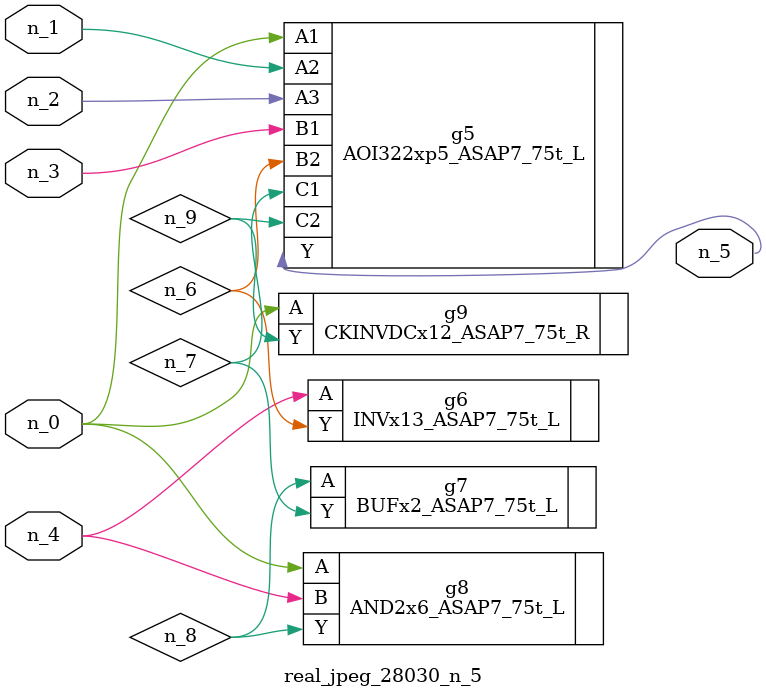
<source format=v>
module real_jpeg_28030_n_5 (n_4, n_0, n_1, n_2, n_3, n_5);

input n_4;
input n_0;
input n_1;
input n_2;
input n_3;

output n_5;

wire n_8;
wire n_6;
wire n_7;
wire n_9;

AOI322xp5_ASAP7_75t_L g5 ( 
.A1(n_0),
.A2(n_1),
.A3(n_2),
.B1(n_3),
.B2(n_6),
.C1(n_7),
.C2(n_9),
.Y(n_5)
);

AND2x6_ASAP7_75t_L g8 ( 
.A(n_0),
.B(n_4),
.Y(n_8)
);

CKINVDCx12_ASAP7_75t_R g9 ( 
.A(n_0),
.Y(n_9)
);

INVx13_ASAP7_75t_L g6 ( 
.A(n_4),
.Y(n_6)
);

BUFx2_ASAP7_75t_L g7 ( 
.A(n_8),
.Y(n_7)
);


endmodule
</source>
